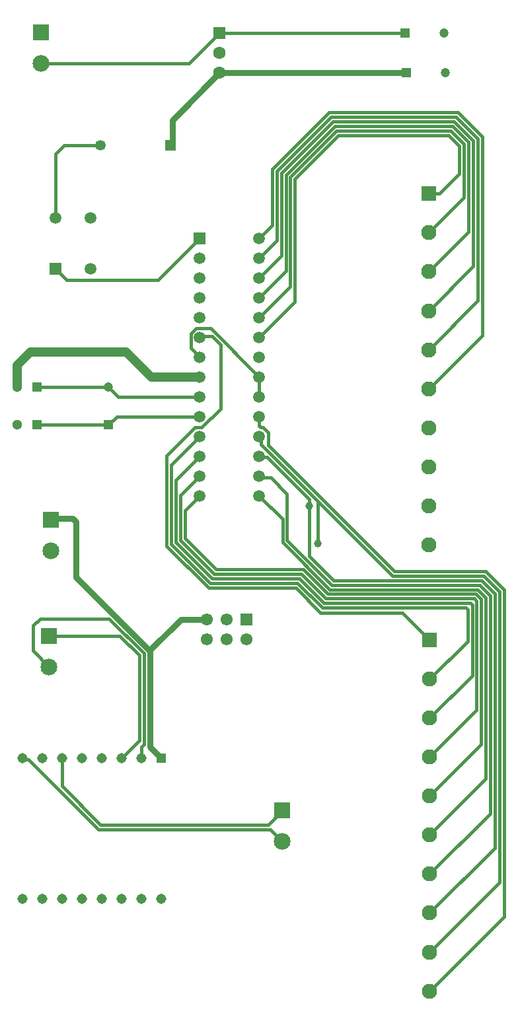
<source format=gtl>
G04*
G04 #@! TF.GenerationSoftware,Altium Limited,Altium Designer,24.0.1 (36)*
G04*
G04 Layer_Physical_Order=1*
G04 Layer_Color=255*
%FSLAX44Y44*%
%MOMM*%
G71*
G04*
G04 #@! TF.SameCoordinates,AD72D708-2F1B-4BA6-821B-E73127EA62D2*
G04*
G04*
G04 #@! TF.FilePolarity,Positive*
G04*
G01*
G75*
%ADD16R,1.2000X1.2000*%
%ADD17C,1.2000*%
%ADD38C,0.3810*%
%ADD39C,0.7620*%
%ADD40C,1.1430*%
%ADD41C,1.5000*%
%ADD42R,1.5000X1.5000*%
%ADD43R,1.5000X1.5000*%
%ADD44C,2.1500*%
%ADD45R,2.1500X2.1500*%
%ADD46C,1.6000*%
%ADD47R,1.6000X1.6000*%
%ADD48C,1.3080*%
%ADD49R,1.3080X1.3080*%
%ADD50R,1.9500X1.9500*%
%ADD51C,1.9500*%
%ADD52R,1.3500X1.3500*%
%ADD53C,1.3500*%
%ADD54C,1.5500*%
%ADD55R,1.5500X1.5500*%
%ADD56R,1.3000X1.3000*%
%ADD57C,1.3000*%
%ADD58R,1.2000X1.2000*%
%ADD59C,1.0000*%
D16*
X599840Y1333500D02*
D03*
X601110Y1282700D02*
D03*
D17*
X649840Y1333500D02*
D03*
X651110Y1282700D02*
D03*
X219710Y880110D02*
D03*
D38*
X132080Y582930D02*
X220184D01*
X123190Y541570D02*
Y574040D01*
X132080Y582930D01*
X220184D02*
X264922Y538192D01*
X261620Y418304D02*
X264922Y421606D01*
X259080Y426720D02*
Y535772D01*
X264922Y421606D02*
Y538192D01*
X236220Y403860D02*
X259080Y426720D01*
X234032Y560820D02*
X259080Y535772D01*
X446786Y1028446D02*
Y1151650D01*
X509510Y1214374D02*
X660160D01*
X440944Y1048004D02*
Y1154070D01*
X504671Y1226058D02*
X664999D01*
X429260Y1087120D02*
Y1158909D01*
X511930Y1208532D02*
X657740D01*
X435102Y1067562D02*
Y1156489D01*
X452628Y1008888D02*
Y1149230D01*
X435102Y1156489D02*
X504671Y1226058D01*
X440944Y1154070D02*
X507090Y1220216D01*
X662579D01*
X514350Y1202690D02*
X655320D01*
X502251Y1231900D02*
X667419D01*
X446786Y1151650D02*
X509510Y1214374D01*
X429260Y1158909D02*
X502251Y1231900D01*
X458470Y1146810D02*
X514350Y1202690D01*
X458470Y989330D02*
Y1146810D01*
X452628Y1149230D02*
X511930Y1208532D01*
X675132Y1122782D02*
Y1191140D01*
X667419Y1231900D02*
X698500Y1200819D01*
X655320Y1202690D02*
X669290Y1188720D01*
X686816Y1034466D02*
Y1195980D01*
X657740Y1208532D02*
X675132Y1191140D01*
X669290Y1153160D02*
Y1188720D01*
X692658Y990308D02*
Y1198399D01*
X698500Y946150D02*
Y1200819D01*
X662579Y1220216D02*
X686816Y1195980D01*
X660160Y1214374D02*
X680974Y1193560D01*
X664999Y1226058D02*
X692658Y1198399D01*
X680974Y1078624D02*
Y1193560D01*
X643700Y1127570D02*
X669290Y1153160D01*
X629920Y927570D02*
X692658Y990308D01*
X629920Y977570D02*
X686816Y1034466D01*
X629920Y1027570D02*
X680974Y1078624D01*
X629920Y1077570D02*
X675132Y1122782D01*
X629920Y877570D02*
X698500Y946150D01*
X629920Y1127570D02*
X643700D01*
X412750Y943610D02*
X458470Y989330D01*
X143540Y560820D02*
X234032D01*
X261620Y403860D02*
Y418304D01*
X631190Y105460D02*
X726440Y200710D01*
X487680Y679450D02*
Y733432D01*
X720598Y244868D02*
Y617381D01*
X631190Y205460D02*
X714756Y289026D01*
X708914Y333184D02*
Y612541D01*
X631190Y305460D02*
X703072Y377342D01*
X631190Y355460D02*
X697230Y421500D01*
Y607702D01*
X631190Y455460D02*
X685546Y509816D01*
X128270Y831850D02*
X219170D01*
X219710Y831310D01*
X230410Y842010D01*
X336550D01*
X128270Y880110D02*
X219710D01*
X133380Y1294650D02*
X323100D01*
X361950Y1333500D01*
X599840D01*
X412750Y994410D02*
X446786Y1028446D01*
X325113Y948347D02*
X331813Y955047D01*
X412750Y867410D02*
Y892810D01*
X442561Y680788D02*
X503081Y620268D01*
X692926D01*
X491490Y590550D02*
X596100D01*
X487680Y733432D02*
X505460Y715652D01*
X317500Y721360D02*
X336550Y740410D01*
X299974Y678540D02*
X350118Y628396D01*
X352144Y945154D02*
X363220Y934078D01*
X505460Y715638D02*
Y715652D01*
X423950Y318770D02*
X441960Y336780D01*
X631190Y255460D02*
X708914Y333184D01*
X683314Y602742D02*
X685546Y600510D01*
X325113Y947413D02*
X325113Y947413D01*
X110901Y402179D02*
X117251D01*
X305816Y760476D02*
X336550Y791210D01*
X350118Y628396D02*
X461906D01*
X232410Y867410D02*
X336550D01*
X299974Y780034D02*
X336550Y816610D01*
X507921Y631952D02*
X697765D01*
X424187Y805187D02*
X585738Y643636D01*
X714756Y289026D02*
Y614961D01*
X151490Y1031760D02*
X165980Y1017270D01*
X311658Y740918D02*
X336550Y765810D01*
X317500Y685800D02*
X357022Y646278D01*
X305816Y680960D02*
Y760476D01*
X700185Y637794D02*
X720598Y617381D01*
X498242Y608584D02*
X688086D01*
X679704Y553974D02*
Y594668D01*
X414891Y806221D02*
Y814469D01*
X697765Y631952D02*
X714756Y614961D01*
X347699Y622554D02*
X459486D01*
X317500Y685800D02*
Y721360D01*
X412750Y969010D02*
X452628Y1008888D01*
X505460Y715638D02*
X583304Y637794D01*
X690506Y614426D02*
X697230Y607702D01*
X427314Y763946D02*
X448403Y742857D01*
X209550Y318770D02*
X423950D01*
X692926Y620268D02*
X703072Y610122D01*
X339104Y828047D02*
X363220Y852163D01*
X631190Y405460D02*
X691388Y465658D01*
X123190Y541570D02*
X143540Y521220D01*
X500661Y614426D02*
X690506D01*
X685546Y509816D02*
Y600510D01*
X160020Y368300D02*
Y403860D01*
X294132Y676121D02*
Y791972D01*
X476758Y663115D02*
Y736092D01*
X505501Y626110D02*
X695345D01*
X412750Y816610D02*
X414891Y814469D01*
X151490Y1178920D02*
X162560Y1189990D01*
X688086Y608584D02*
X691388Y605282D01*
X294132Y791972D02*
X330207Y828047D01*
X412750Y740410D02*
X442561Y710599D01*
X413839Y790121D02*
X422729D01*
X677472Y596900D02*
X679704Y594668D01*
X219710Y880110D02*
X232410Y867410D01*
X109220Y403860D02*
X110901Y402179D01*
X448403Y683208D02*
Y742857D01*
X703072Y377342D02*
Y610122D01*
X338094Y945154D02*
X352144D01*
X466745Y640080D02*
X498242Y608584D01*
X283210Y1017270D02*
X336550Y1070610D01*
X311658Y683380D02*
X354958Y640080D01*
X165980Y1017270D02*
X283210D01*
X412750Y791210D02*
X413839Y790121D01*
X151490Y1096760D02*
Y1178920D01*
X422729Y790121D02*
X476758Y736092D01*
X631190Y505460D02*
X679704Y553974D01*
X294132Y676121D02*
X347699Y622554D01*
X325113Y947413D02*
Y948347D01*
X332747Y955047D02*
X332994Y955294D01*
X350266D01*
X330207Y828047D02*
X339104D01*
X493402Y596900D02*
X677472D01*
X412750Y830279D02*
X414982Y828047D01*
X299974Y678540D02*
Y780034D01*
X442561Y680788D02*
Y710599D01*
X412750Y1019810D02*
X440944Y1048004D01*
X448403Y683208D02*
X505501Y626110D01*
X412750Y1045210D02*
X435102Y1067562D01*
X424187Y805187D02*
Y821347D01*
X352538Y634238D02*
X464326D01*
X476758Y663115D02*
X507921Y631952D01*
X305816Y680960D02*
X352538Y634238D01*
X631190Y155460D02*
X720598Y244868D01*
X495822Y602742D02*
X683314D01*
X691388Y465658D02*
Y605282D01*
X695345Y626110D02*
X708914Y612541D01*
X412750Y765810D02*
X414614Y763946D01*
X585738Y643636D02*
X702605D01*
X414982Y828047D02*
X417487D01*
X726440Y200710D02*
Y619801D01*
X417487Y828047D02*
X424187Y821347D01*
X412750Y830279D02*
Y842010D01*
Y1070610D02*
X429260Y1087120D01*
X702605Y643636D02*
X726440Y619801D01*
X414891Y806221D02*
X487680Y733432D01*
X160020Y368300D02*
X209550Y318770D01*
X583304Y637794D02*
X700185D01*
X357022Y646278D02*
X468809D01*
X414614Y763946D02*
X427314D01*
X468809Y646278D02*
X500661Y614426D01*
X117251Y402179D02*
X207010Y312420D01*
X464326Y634238D02*
X495822Y602742D01*
X426720Y312420D02*
X441960Y297180D01*
X311658Y683380D02*
Y740918D01*
X354958Y640080D02*
X466745D01*
X207010Y312420D02*
X426720D01*
X459486Y622554D02*
X491490Y590550D01*
X336550Y943610D02*
X338094Y945154D01*
X325113Y929647D02*
Y947413D01*
X162560Y1189990D02*
X211540D01*
X325113Y929647D02*
X336550Y918210D01*
X331813Y955047D02*
X332747D01*
X350266Y955294D02*
X412750Y892810D01*
X596100Y590550D02*
X631190Y555460D01*
X363220Y852163D02*
Y934078D01*
X461906Y628396D02*
X493402Y596900D01*
D39*
X272034Y542036D02*
X312164Y582166D01*
X272669Y418211D02*
Y541401D01*
Y418211D02*
X287020Y403860D01*
X178308Y635762D02*
X272669Y541401D01*
X301386Y1192376D02*
Y1222136D01*
X361950Y1282700D01*
X178308Y635762D02*
Y706736D01*
X147870Y711200D02*
X173844D01*
X178308Y706736D01*
X146080Y709410D02*
X147870Y711200D01*
X299000Y1189990D02*
X301386Y1192376D01*
X312164Y582166D02*
X332742D01*
X333248Y581660D02*
X345440D01*
X332742Y582166D02*
X333248Y581660D01*
X361950Y1282700D02*
X601110D01*
D40*
X242570Y924560D02*
X274320Y892810D01*
X119380Y924560D02*
X242570D01*
X102870Y908050D02*
X119380Y924560D01*
X102870Y880110D02*
Y908050D01*
X274320Y892810D02*
X336550D01*
D41*
X151490Y1096760D02*
D03*
X196490D02*
D03*
Y1031760D02*
D03*
X412750Y740410D02*
D03*
Y765810D02*
D03*
Y791210D02*
D03*
Y816610D02*
D03*
Y842010D02*
D03*
Y867410D02*
D03*
Y892810D02*
D03*
Y918210D02*
D03*
Y943610D02*
D03*
Y969010D02*
D03*
Y994410D02*
D03*
Y1019810D02*
D03*
Y1045210D02*
D03*
Y1070610D02*
D03*
X336550Y740410D02*
D03*
Y765810D02*
D03*
Y791210D02*
D03*
Y816610D02*
D03*
Y842010D02*
D03*
Y867410D02*
D03*
Y892810D02*
D03*
Y918210D02*
D03*
Y943610D02*
D03*
Y969010D02*
D03*
Y994410D02*
D03*
Y1019810D02*
D03*
Y1045210D02*
D03*
D42*
X151490Y1031760D02*
D03*
D43*
X336550Y1070610D02*
D03*
D44*
X146080Y669810D02*
D03*
X143540Y521220D02*
D03*
X441960Y297180D02*
D03*
X133380Y1294650D02*
D03*
D45*
X146080Y709410D02*
D03*
X143540Y560820D02*
D03*
X441960Y336780D02*
D03*
X133380Y1334250D02*
D03*
D46*
X361950Y1282700D02*
D03*
Y1308100D02*
D03*
D47*
Y1333500D02*
D03*
D48*
X210820Y403860D02*
D03*
X185420D02*
D03*
X210820Y223520D02*
D03*
X185420D02*
D03*
X160020Y403860D02*
D03*
X236220D02*
D03*
Y223520D02*
D03*
X160020D02*
D03*
X261620Y403860D02*
D03*
Y223520D02*
D03*
X134620Y403860D02*
D03*
Y223520D02*
D03*
X287020D02*
D03*
X109220Y403860D02*
D03*
Y223520D02*
D03*
D49*
X287020Y403860D02*
D03*
D50*
X631190Y555460D02*
D03*
X629920Y1127570D02*
D03*
D51*
X631190Y505460D02*
D03*
Y455460D02*
D03*
Y405460D02*
D03*
Y355460D02*
D03*
Y305460D02*
D03*
Y255460D02*
D03*
Y205460D02*
D03*
Y155460D02*
D03*
Y105460D02*
D03*
X629920Y1077570D02*
D03*
Y1027570D02*
D03*
Y977570D02*
D03*
Y927570D02*
D03*
Y877570D02*
D03*
Y827570D02*
D03*
Y777570D02*
D03*
Y727570D02*
D03*
Y677570D02*
D03*
D52*
X299000Y1189990D02*
D03*
D53*
X209000D02*
D03*
D54*
X345440Y556260D02*
D03*
X370840D02*
D03*
X396240D02*
D03*
X345440Y581660D02*
D03*
X370840D02*
D03*
D55*
X396240D02*
D03*
D56*
X128270Y880110D02*
D03*
Y831850D02*
D03*
D57*
X102870Y880110D02*
D03*
Y831850D02*
D03*
D58*
X219710Y831310D02*
D03*
D59*
X487680Y679450D02*
D03*
X476758Y727202D02*
D03*
M02*

</source>
